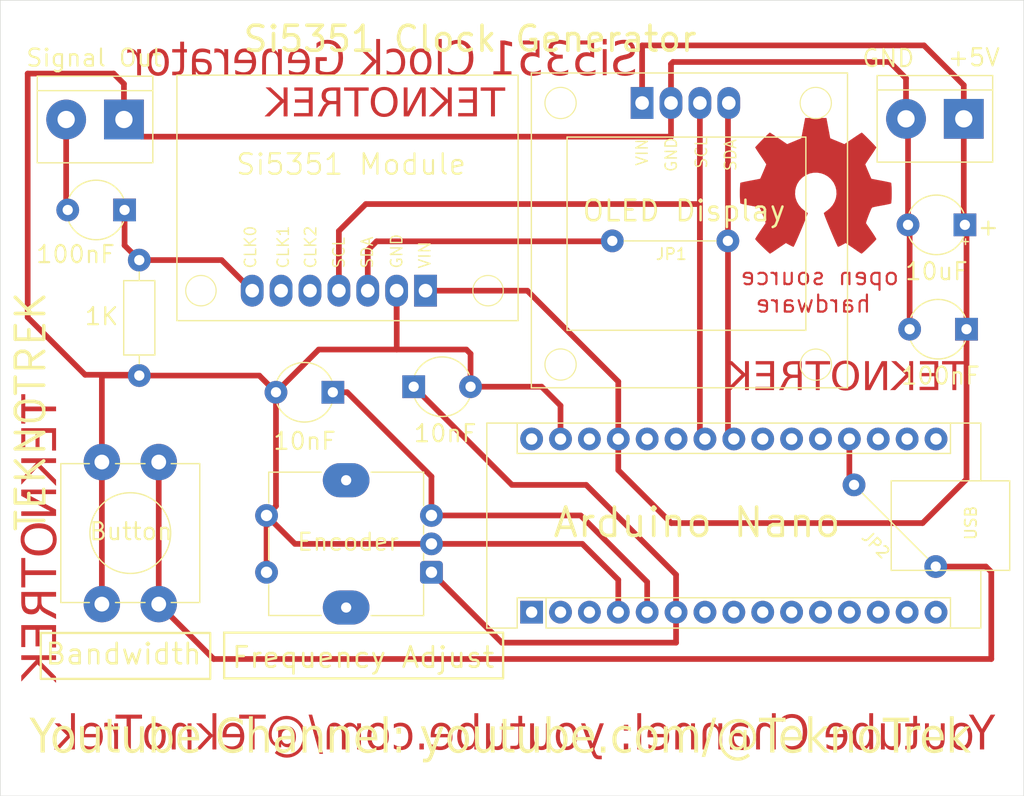
<source format=kicad_pcb>
(kicad_pcb (version 20240108) (generator "pcbnew") (generator_version "8.0")
  (layers (0 "F.Cu" signal) (31 "B.Cu" signal) (34 "B.Paste" user) (35 "F.Paste" user) (36 "B.SilkS" user "B.Silkscreen") (37 "F.SilkS" user "F.Silkscreen") (38 "B.Mask" user) (39 "F.Mask" user) (44 "Edge.Cuts" user))
  (net 0 "")
  (net 2 "Net-(A1-A5)")
  (net 4 "Net-(A1-A0)")
  (net 19 "Net-(A1-D3)")
  (net 20 "Net-(A1-A4)")
  (net 21 "Net-(A1-+5V)")
  (net 26 "Net-(A1-D2)")
  (net 28 "Net-(J1-Pin_2)")
  (net 30 "Net-(U2-CLK0)")
  (net 33 "GND")
  (net 34 "Net-(JP1-B)")
  (net 35 "Net-(JP2-A)")
  (footprint "Capacitor_THT:CP_Radial_Tantal_D5.0mm_P5.00mm" (layer "F.Cu") (at 133.8225 83.72)
    (property "Reference" "C2" (hide yes))
    (property "Value" "10nF")
    (fp_arc (start 0.104003 -1.06) (mid 2.5 -2.62) (end 4.895997 -1.06) (stroke (width 0.12)) (layer "F.SilkS"))
    (fp_arc (start 4.895997 1.06) (mid 2.5 2.62) (end 0.104003 1.06) (stroke (width 0.12)) (layer "F.SilkS"))
    (pad "1" thru_hole rect (at 0 0) (size 2 2) (drill 0.9) (layers "*.Cu" "*.Mask") (net 19 "Net-(A1-D3)"))
    (pad "2" thru_hole circle (at 5 0) (size 2 2) (drill 0.9) (layers "*.Cu" "*.Mask") (net 33 "GND"))
  )
  (footprint "Capacitor_THT:CP_Radial_Tantal_D5.0mm_P5.00mm" (layer "F.Cu") (at 126.7125 84.21 180)
    (property "Reference" "C3" (hide yes))
    (property "Value" "10nF")
    (fp_arc (start 4.895997 1.06) (mid 2.5 2.62) (end 0.104003 1.06) (stroke (width 0.12)) (layer "F.SilkS"))
    (fp_arc (start 0.104003 -1.06) (mid 2.5 -2.62) (end 4.895997 -1.06) (stroke (width 0.12)) (layer "F.SilkS"))
    (pad "1" thru_hole rect (at 0 0 180) (size 2 2) (drill 0.9) (layers "*.Cu" "*.Mask") (net 26 "Net-(A1-D2)"))
    (pad "2" thru_hole circle (at 5 0 180) (size 2 2) (drill 0.9) (layers "*.Cu" "*.Mask") (net 33 "GND"))
  )
  (footprint "Rotary_Encoder:RotaryEncoder_Bourns_Vertical_PEC12R-3x17F-Sxxxx" (layer "F.Cu") (at 135.3825 100.05 180)
    (property "Reference" "SW1" (hide yes))
    (property "Value" "Encoder")
    (fp_line (start 14.31 8.81) (end 9.7 8.81) (stroke (width 0.12)) (layer "F.SilkS"))
    (fp_line (start 14.31 6.1) (end 14.31 8.81) (stroke (width 0.12)) (layer "F.SilkS"))
    (fp_line (start 14.31 1.1) (end 14.31 3.9) (stroke (width 0.12)) (layer "F.SilkS"))
    (fp_line (start 14.31 -3.8) (end 14.31 -1.1) (stroke (width 0.12)) (layer "F.SilkS"))
    (fp_line (start 9.7 -3.8) (end 14.31 -3.8) (stroke (width 0.12)) (layer "F.SilkS"))
    (fp_line (start 5.3 8.81) (end 0.69 8.81) (stroke (width 0.12)) (layer "F.SilkS"))
    (fp_line (start 0.69 5.85) (end 0.69 8.81) (stroke (width 0.12)) (layer "F.SilkS"))
    (fp_line (start 0.69 3.35) (end 0.69 4.15) (stroke (width 0.12)) (layer "F.SilkS"))
    (fp_line (start 0.69 1.05) (end 0.69 1.65) (stroke (width 0.12)) (layer "F.SilkS"))
    (fp_line (start 0.69 -1.05) (end 0.69 -3.81) (stroke (width 0.12)) (layer "F.SilkS"))
    (fp_line (start 0.69 -3.81) (end 5.3 -3.81) (stroke (width 0.12)) (layer "F.SilkS"))
    (pad "A" thru_hole roundrect (at 0 0 180) (size 2 2) (drill 1) (layers "*.Cu" "*.Mask") (roundrect_rratio 0.15625) (net 19 "Net-(A1-D3)"))
    (pad "B" thru_hole circle (at 0 5 180) (size 2 2) (drill 1) (layers "*.Cu" "*.Mask") (net 26 "Net-(A1-D2)"))
    (pad "C" thru_hole circle (at 0 2.5 180) (size 2 2) (drill 1) (layers "*.Cu" "*.Mask") (net 33 "GND"))
    (pad "S1" thru_hole circle (at 14.5 0 180) (size 2 2) (drill 1) (layers "*.Cu" "*.Mask") (net 33 "GND"))
    (pad "S2" thru_hole circle (at 14.5 5 180) (size 2 2) (drill 1) (layers "*.Cu" "*.Mask") (net 33 "GND"))
    (pad "SH" thru_hole oval (at 7.5 -3.1 180) (size 4.1 3) (drill 0.9) (layers "*.Cu" "*.Mask"))
    (pad "SH" thru_hole oval (at 7.5 8.1 180) (size 4.1 3) (drill 0.9) (layers "*.Cu" "*.Mask"))
  )
  (footprint "Resistor_THT:R_Axial_DIN0207_L6.3mm_D2.5mm_P10.16mm_Horizontal" (layer "F.Cu") (at 161.4475 70.89 180)
    (property "Reference" "JP1" (at 4.9675 -1.16 0) (layer "F.SilkS"))
    (property "Value" "Jumper_2")
    (fp_line (start 9.12 0) (end 8.35 0) (stroke (width 0.12)) (layer "F.SilkS"))
    (fp_line (start 8.35 0) (end 1.81 0) (stroke (width 0.12)) (layer "F.SilkS"))
    (fp_line (start 1.04 0) (end 1.81 0) (stroke (width 0.12)) (layer "F.SilkS"))
    (pad "1" thru_hole circle (at 0 0 180) (size 2 2) (drill 0.9) (layers "*.Cu" "*.Mask") (net 20 "Net-(A1-A4)"))
    (pad "2" thru_hole circle (at 10.16 0 180) (size 2 2) (drill 0.9) (layers "*.Cu" "*.Mask") (net 34 "Net-(JP1-B)"))
  )
  (footprint "Resistor_THT:R_Axial_DIN0207_L6.3mm_D2.5mm_P10.16mm_Horizontal" (layer "F.Cu") (at 179.726705 99.544205 135)
    (property "Reference" "JP2" (at 5.079999 -2.37 135) (layer "F.SilkS"))
    (property "Value" "Jumper_2" (hide yes))
    (fp_line (start 9.12 0) (end 8.350001 0) (stroke (width 0.12)) (layer "F.SilkS"))
    (fp_line (start 1.81 0) (end 8.350001 0) (stroke (width 0.12)) (layer "F.SilkS"))
    (fp_line (start 1.04 0) (end 1.81 0) (stroke (width 0.12)) (layer "F.SilkS"))
    (pad "1" thru_hole circle (at 0 0 135) (size 2 2) (drill 0.9) (layers "*.Cu" "*.Mask") (net 35 "Net-(JP2-A)"))
    (pad "2" thru_hole circle (at 10.16 0 135) (size 2 2) (drill 0.9) (layers "*.Cu" "*.Mask") (net 4 "Net-(A1-A0)"))
  )
  (footprint "Capacitor_THT:CP_Radial_Tantal_D5.0mm_P5.00mm" (layer "F.Cu") (at 182.4325 78.66 180)
    (property "Reference" "C4" (hide yes))
    (property "Value" "100nF")
    (fp_arc (start 4.895997 1.06) (mid 2.5 2.62) (end 0.104003 1.06) (stroke (width 0.12)) (layer "F.SilkS"))
    (fp_arc (start 0.104003 -1.06) (mid 2.5 -2.62) (end 4.895997 -1.06) (stroke (width 0.12)) (layer "F.SilkS"))
    (pad "1" thru_hole rect (at 0 0 180) (size 2 2) (drill 0.9) (layers "*.Cu" "*.Mask") (net 21 "Net-(A1-+5V)"))
    (pad "2" thru_hole circle (at 5 0 180) (size 2 2) (drill 0.9) (layers "*.Cu" "*.Mask") (net 33 "GND"))
  )
  (footprint "Button_Switch_THT:SW_PUSH-12mm" (layer "F.Cu") (at 106.4025 102.85 90)
    (property "Reference" "S1" (hide yes))
    (property "Value" "DECR")
    (fp_line (start 12.36 -3.61) (end 12.36 -1.1) (stroke (width 0.12)) (layer "F.SilkS"))
    (fp_line (start 0.14 -3.61) (end 12.36 -3.61) (stroke (width 0.12)) (layer "F.SilkS"))
    (fp_line (start 0.14 -3.61) (end 0.14 -1.1) (stroke (width 0.12)) (layer "F.SilkS"))
    (fp_line (start 12.36 1.2) (end 12.36 3.8) (stroke (width 0.12)) (layer "F.SilkS"))
    (fp_line (start 0.14 1.2) (end 0.14 3.8) (stroke (width 0.12)) (layer "F.SilkS"))
    (fp_line (start 12.36 6.1) (end 12.36 8.61) (stroke (width 0.12)) (layer "F.SilkS"))
    (fp_line (start 0.14 6.1) (end 0.14 8.61) (stroke (width 0.12)) (layer "F.SilkS"))
    (fp_line (start 12.36 8.61) (end 0.14 8.61) (stroke (width 0.12)) (layer "F.SilkS"))
    (fp_circle (center 6.25 2.5) (end 9.8 2.5) (stroke (width 0.12)) (fill none) (layer "F.SilkS"))
    (pad "1" thru_hole circle (at 0 0 90) (size 3.2 3.2) (drill 1.3) (layers "*.Cu" "*.Mask") (net 33 "GND"))
    (pad "1" thru_hole circle (at 12.5 0 90) (size 3.2 3.2) (drill 1.3) (layers "*.Cu" "*.Mask") (net 33 "GND"))
    (pad "2" thru_hole circle (at 0 5 90) (size 3.2 3.2) (drill 1.3) (layers "*.Cu" "*.Mask") (net 35 "Net-(JP2-A)"))
    (pad "2" thru_hole circle (at 12.5 5 90) (size 3.2 3.2) (drill 1.3) (layers "*.Cu" "*.Mask") (net 35 "Net-(JP2-A)"))
  )
  (footprint "Resistor_THT:R_Axial_DIN0207_L6.3mm_D2.5mm_P10.16mm_Horizontal" (layer "F.Cu") (at 109.6925 72.58 -90)
    (property "Reference" "R1" (hide yes))
    (property "Value" "1K")
    (fp_line (start 1.81 1.37) (end 8.35 1.37) (stroke (width 0.12)) (layer "F.SilkS"))
    (fp_line (start 8.35 1.37) (end 8.35 -1.37) (stroke (width 0.12)) (layer "F.SilkS"))
    (fp_line (start 1.04 0) (end 1.81 0) (stroke (width 0.12)) (layer "F.SilkS"))
    (fp_line (start 9.12 0) (end 8.35 0) (stroke (width 0.12)) (layer "F.SilkS"))
    (fp_line (start 1.81 -1.37) (end 1.81 1.37) (stroke (width 0.12)) (layer "F.SilkS"))
    (fp_line (start 8.35 -1.37) (end 1.81 -1.37) (stroke (width 0.12)) (layer "F.SilkS"))
    (pad "1" thru_hole circle (at 0 0 270) (size 2 2) (drill 0.9) (layers "*.Cu" "*.Mask") (net 30 "Net-(U2-CLK0)"))
    (pad "2" thru_hole circle (at 10.16 0 270) (size 2 2) (drill 0.9) (layers "*.Cu" "*.Mask") (net 33 "GND"))
  )
  (footprint "TerminalBlock:TerminalBlock_bornier-2_P5.08mm" (layer "F.Cu") (at 182.1925 60.15 180)
    (property "Reference" "J2" (hide yes))
    (property "Value" "DC +5V")
    (fp_line (start 7.62 3.81) (end 7.62 -3.81) (stroke (width 0.12)) (layer "F.SilkS"))
    (fp_line (start 7.62 2.54) (end -2.54 2.54) (stroke (width 0.12)) (layer "F.SilkS"))
    (fp_line (start 7.62 -3.81) (end -2.54 -3.81) (stroke (width 0.12)) (layer "F.SilkS"))
    (fp_line (start -2.54 3.81) (end 7.62 3.81) (stroke (width 0.12)) (layer "F.SilkS"))
    (fp_line (start -2.54 -3.81) (end -2.54 3.81) (stroke (width 0.12)) (layer "F.SilkS"))
    (pad "1" thru_hole rect (at 0 0 180) (size 3.5 3.5) (drill 1.52) (layers "*.Cu" "*.Mask") (net 21 "Net-(A1-+5V)"))
    (pad "2" thru_hole circle (at 5.08 0 180) (size 3.5 3.5) (drill 1.52) (layers "*.Cu" "*.Mask") (net 33 "GND"))
  )
  (footprint "Capacitor_THT:CP_Radial_Tantal_D5.0mm_P5.00mm" (layer "F.Cu") (at 108.4 68.17 180)
    (property "Reference" "C5" (hide yes))
    (property "Value" "100nF")
    (fp_arc (start 4.895997 1.06) (mid 2.5 2.62) (end 0.104003 1.06) (stroke (width 0.12)) (layer "F.SilkS"))
    (fp_arc (start 0.104003 -1.06) (mid 2.5 -2.62) (end 4.895997 -1.06) (stroke (width 0.12)) (layer "F.SilkS"))
    (pad "1" thru_hole rect (at 0 0 180) (size 2 2) (drill 0.9) (layers "*.Cu" "*.Mask") (net 30 "Net-(U2-CLK0)"))
    (pad "2" thru_hole circle (at 5 0 180) (size 2 2) (drill 0.9) (layers "*.Cu" "*.Mask") (net 28 "Net-(J1-Pin_2)"))
  )
  (footprint "Symbol:OSHW-Symbol_13.4x12mm_Copper" (layer "F.Cu") (at 169.16 66.07)
    (property "Reference" "REF**" (hide yes))
    (property "Value" "OSHW-Symbol_13.4x12mm_Copper" (hide yes))
    (fp_poly (pts (xy 1.119803 -5.09936) (xy 1.288676 -4.203573) (xy 1.911796 -3.946702) (xy 2.534916 -3.689832) (xy 3.282453 -4.198151) (xy 3.491802 -4.339684) (xy 3.681043 -4.466055) (xy 3.841343 -4.571493) (xy 3.963874 -4.65023) (xy 4.039802 -4.696495) (xy 4.06048 -4.706471) (xy 4.097731 -4.680814) (xy 4.177332 -4.609885) (xy 4.290361 -4.502743) (xy 4.427895 -4.36845) (xy 4.581012 -4.216066) (xy 4.740789 -4.054653) (xy 4.898305 -3.89327) (xy 5.044637 -3.740978) (xy 5.170863 -3.606838) (xy 5.26806 -3.499911) (xy 5.327307 -3.429258) (xy 5.341471 -3.405612) (xy 5.321087 -3.362021) (xy 5.263941 -3.266519) (xy 5.176041 -3.12845) (xy 5.063396 -2.957155) (xy 4.932013 -2.761975) (xy 4.855882 -2.650648) (xy 4.717118 -2.447367) (xy 4.593811 -2.263927) (xy 4.491945 -2.109458) (xy 4.417501 -1.993091) (xy 4.376461 -1.923958) (xy 4.370294 -1.90943) (xy 4.384274 -1.86814) (xy 4.422382 -1.771908) (xy 4.478867 -1.634266) (xy 4.54798 -1.468742) (xy 4.62397 -1.288868) (xy 4.701089 -1.108172) (xy 4.773585 -0.940186) (xy 4.835709 -0.79844) (xy 4.881712 -0.696463) (xy 4.905843 -0.647786) (xy 4.907267 -0.64587) (xy 4.945158 -0.636575) (xy 5.046069 -0.61584) (xy 5.19954 -0.585702) (xy 5.395112 -0.548199) (xy 5.622325 -0.505371) (xy 5.754891 -0.480674) (xy 5.997679 -0.434447) (xy 6.216974 -0.39046) (xy 6.401681 -0.351119) (xy 6.540705 -0.318831) (xy 6.622952 -0.296003) (xy 6.639485 -0.28876) (xy 6.655678 -0.239739) (xy 6.668744 -0.129023) (xy 6.678691 0.030438) (xy 6.685528 0.2257) (xy 6.689264 0.443814) (xy 6.689907 0.671835) (xy 6.687468 0.896815) (xy 6.681953 1.105809) (xy 6.673374 1.285868) (xy 6.661737 1.424047) (xy 6.647052 1.507398) (xy 6.638245 1.52475) (xy 6.585599 1.545548) (xy 6.474043 1.575282) (xy 6.318335 1.610459) (xy 6.133229 1.647586) (xy 6.068613 1.659597) (xy 5.757071 1.716662) (xy 5.510976 1.762618) (xy 5.322195 1.799293) (xy 5.182598 1.828513) (xy 5.084052 1.852104) (xy 5.018426 1.871892) (xy 4.977589 1.889706) (xy 4.953409 1.90737) (xy 4.950026 1.910861) (xy 4.916255 1.9671) (xy 4.864737 2.076547) (xy 4.800617 2.2258) (xy 4.729039 2.401459) (xy 4.655146 2.590121) (xy 4.584083 2.778385) (xy 4.520993 2.952848) (xy 4.471021 3.100108) (xy 4.439312 3.206764) (xy 4.431008 3.259413) (xy 4.4317 3.261257) (xy 4.459836 3.304292) (xy 4.523665 3.398978) (xy 4.61648 3.53546) (xy 4.731573 3.703882) (xy 4.862237 3.89439) (xy 4.899448 3.948529) (xy 5.032129 4.144804) (xy 5.148883 4.323886) (xy 5.243349 4.475492) (xy 5.309168 4.589338) (xy 5.339978 4.655141) (xy 5.341471 4.663225) (xy 5.315584 4.705715) (xy 5.244054 4.789891) (xy 5.136076 4.906705) (xy 5.000846 5.04711) (xy 4.847558 5.202061) (xy 4.685409 5.362509) (xy 4.523593 5.519409) (xy 4.371306 5.663713) (xy 4.237743 5.786376) (xy 4.1321 5.87835) (xy 4.063572 5.930589) (xy 4.044614 5.939118) (xy 4.000487 5.919029) (xy 3.910142 5.864849) (xy 3.788295 5.785704) (xy 3.694546 5.722001) (xy 3.524678 5.60511) (xy 3.323512 5.467476) (xy 3.121733 5.330063) (xy 3.01325 5.256519) (xy 2.646058 5.008155) (xy 2.337826 5.174813) (xy 2.197404 5.247822) (xy 2.077996 5.304571) (xy 1.997202 5.336937) (xy 1.976636 5.341441) (xy 1.951906 5.308189) (xy 1.903118 5.214224) (xy 1.833913 5.068213) (xy 1.747935 4.878824) (xy 1.648824 4.654724) (xy 1.540224 4.404581) (xy 1.425775 4.137063) (xy 1.30912 3.860836) (xy 1.193901 3.584568) (xy 1.08376 3.316927) (xy 0.982339 3.06658) (xy 0.89328 2.842195) (xy 0.820225 2.652439) (xy 0.766816 2.50598) (xy 0.736695 2.411485) (xy 0.731851 2.379031) (xy 0.770245 2.337636) (xy 0.854308 2.270438) (xy 0.966467 2.1914) (xy 0.975881 2.185147) (xy 1.265768 1.953103) (xy 1.499512 1.682386) (xy 1.675087 1.381653) (xy 1.790469 1.059561) (xy 1.84363 0.724765) (xy 1.832547 0.385922) (xy 1.755192 0.051688) (xy 1.60954 -0.269281) (xy 1.566688 -0.339505) (xy 1.343802 -0.623073) (xy 1.080491 -0.850782) (xy 0.785865 -1.021449) (xy 0.469041 -1.133888) (xy 0.13913 -1.186917) (xy -0.194754 -1.179349) (xy -0.523497 -1.110002) (xy -0.837986 -0.977691) (xy -1.129107 -0.781232) (xy -1.21916 -0.701494) (xy -1.448347 -0.451892) (xy -1.615354 -0.189132) (xy -1.729915 0.105399) (xy -1.793719 0.397075) (xy -1.80947 0.725012) (xy -1.756949 1.054577) (xy -1.64149 1.37463) (xy -1.468429 1.674032) (xy -1.243101 1.941643) (xy -0.97084 2.166325) (xy -0.935058 2.190008) (xy -0.821698 2.267568) (xy -0.735522 2.334768) (xy -0.694323 2.377675) (xy -0.693724 2.379031) (xy -0.702569 2.425446) (xy -0.737631 2.530786) (xy -0.795267 2.686388) (xy -0.871834 2.883584) (xy -0.963686 3.11371) (xy -1.067183 3.368101) (xy -1.178679 3.63809) (xy -1.294532 3.915012) (xy -1.411097 4.190201) (xy -1.524733 4.454993) (xy -1.631794 4.700721) (xy -1.728638 4.918721) (xy -1.811621 5.100326) (xy -1.877099 5.236871) (xy -1.921431 5.31969) (xy -1.939283 5.341441) (xy -1.993834 5.324504) (xy -2.095905 5.279077) (xy -2.227895 5.21328) (xy -2.300474 5.174813) (xy -2.608705 5.008155) (xy -2.975897 5.256519) (xy -3.16334 5.383754) (xy -3.368557 5.523773) (xy -3.560867 5.655612) (xy -3.657193 5.722001) (xy -3.792673 5.812976) (xy -3.907393 5.885071) (xy -3.986388 5.929154) (xy -4.012046 5.938473) (xy -4.049391 5.913334) (xy -4.132042 5.843154) (xy -4.251985 5.73522) (xy -4.401209 5.596818) (xy -4.571699 5.435235) (xy -4.679526 5.331488) (xy -4.868172 5.146135) (xy -5.031205 4.980351) (xy -5.162032 4.841227) (xy -5.254065 4.735856) (xy -5.300713 4.671329) (xy -5.305188 4.658234) (xy -5.28442 4.608425) (xy -5.227031 4.507713) (xy -5.139387 4.366295) (xy -5.027854 4.194367) (xy -4.898797 4.002124) (xy -4.862096 3.948529) (xy -4.728368 3.753733) (xy -4.608393 3.578353) (xy -4.508879 3.432243) (xy -4.436533 3.325258) (xy -4.398064 3.267255) (xy -4.394347 3.261257) (xy -4.399905 3.215032) (xy -4.429407 3.113398) (xy -4.477709 2.969758) (xy -4.539667 2.797514) (xy -4.610137 2.610066) (xy -4.683975 2.420818) (xy -4.756037 2.243171) (xy -4.821178 2.090527) (xy -4.874255 1.976288) (xy -4.910123 1.913856) (xy -4.912673 1.910861) (xy -4.934606 1.893019) (xy -4.971652 1.875374) (xy -5.031941 1.856101) (xy -5.123604 1.833374) (xy -5.254774 1.805364) (xy -5.433582 1.770247) (xy -5.668158 1.726195) (xy -5.966635 1.671382) (xy -6.03126 1.659597) (xy -6.222794 1.622591) (xy -6.389769 1.586389) (xy -6.517432 1.554485) (xy -6.591024 1.530372) (xy -6.600892 1.52475) (xy -6.617153 1.47491) (xy -6.63037 1.363532) (xy -6.640536 1.203563) (xy -6.64764 1.00795) (xy -6.651674 0.78964) (xy -6.65263 0.561579) (xy -6.650498 0.336714) (xy -6.645269 0.127991) (xy -6.636935 -0.051642) (xy -6.625487 -0.189238) (xy -6.610916 -0.271852) (xy -6.602132 -0.28876) (xy -6.55323 -0.305816) (xy -6.441873 -0.333564) (xy -6.279156 -0.369597) (xy -6.076174 -0.411507) (xy -5.844021 -0.456889) (xy -5.717538 -0.480674) (xy -5.477555 -0.525535) (xy -5.263549 -0.566175) (xy -5.085978 -0.600554) (xy -4.955302 -0.626635) (xy -4.881982 -0.642379) (xy -4.869915 -0.64587) (xy -4.849519 -0.685221) (xy -4.806406 -0.780007) (xy -4.746321 -0.916685) (xy -4.675013 -1.081714) (xy -4.598227 -1.261553) (xy -4.52171 -1.44266) (xy -4.45121 -1.611493) (xy -4.392473 -1.754512) (xy -4.351246 -1.858174) (xy -4.333276 -1.908939) (xy -4.332941 -1.911158) (xy -4.353313 -1.951204) (xy -4.410427 -2.043361) (xy -4.498279 -2.178467) (xy -4.610867 -2.347365) (xy -4.742189 -2.540895) (xy -4.818529 -2.652059) (xy -4.957636 -2.855884) (xy -5.081188 -3.040937) (xy -5.183158 -3.197854) (xy -5.257517 -3.317276) (xy -5.298237 -3.38984) (xy -5.304118 -3.406107) (xy -5.278837 -3.44397) (xy -5.208948 -3.524814) (xy -5.103377 -3.639581) (xy -4.971052 -3.779215) (xy -4.820901 -3.934658) (xy -4.661852 -4.096854) (xy -4.502833 -4.256746) (xy -4.352771 -4.405276) (xy -4.220594 -4.533387) (xy -4.11523 -4.632023) (xy -4.045607 -4.692127) (xy -4.022315 -4.706471) (xy -3.98439 -4.686301) (xy -3.893683 -4.629637) (xy -3.759011 -4.542247) (xy -3.589195 -4.4299) (xy -3.393054 -4.298362) (xy -3.2451 -4.198151) (xy -2.497564 -3.689832) (xy -1.874444 -3.946702) (xy -1.251324 -4.203573) (xy -0.913576 -5.995147) (xy 0.950929 -5.995147) (xy 1.119803 -5.09936)) (stroke (width 0.01)) (fill solid) (layer "F.Cu"))
  )
  (footprint "My-Library:OLED-DISPLAY-128X64" (layer "F.Cu") (at 152.3075 58.755)
    (property "Reference" "U1" (hide yes))
    (property "Value" "OLED-Display-128x64")
    (fp_line (start -8.14 -2.64) (end -8.14 25.06) (stroke (width 0.12)) (layer "F.SilkS"))
    (fp_line (start -8.14 25.06) (end 19.66 25.06) (stroke (width 0.12)) (layer "F.SilkS"))
    (fp_line (start -5 3) (end -5 20) (stroke (width 0.12)) (layer "F.SilkS"))
    (fp_line (start -5 3) (end 16 3) (stroke (width 0.12)) (layer "F.SilkS"))
    (fp_line (start -5 20) (end 16 20) (stroke (width 0.12)) (layer "F.SilkS"))
    (fp_line (start 16 3) (end 16 20) (stroke (width 0.12)) (layer "F.SilkS"))
    (fp_line (start 19.66 -2.64) (end -8.14 -2.64) (stroke (width 0.12)) (layer "F.SilkS"))
    (fp_line (start 19.66 25.06) (end 19.66 -2.64) (stroke (width 0.12)) (layer "F.SilkS"))
    (fp_circle (center -5.57 0) (end -6.82 -0.57) (stroke (width 0.1)) (fill none) (layer "F.SilkS"))
    (fp_circle (center -5.57 23.013826) (end -6.82 22.443826) (stroke (width 0.1)) (fill none) (layer "F.SilkS"))
    (fp_circle (center 16.87 0) (end 15.62 -0.57) (stroke (width 0.1)) (fill none) (layer "F.SilkS"))
    (fp_circle (center 16.88 23.023826) (end 15.63 22.453826) (stroke (width 0.1)) (fill none) (layer "F.SilkS"))
    (pad "1" thru_hole rect (at 1.6 0) (size 2 2.8) (drill 1.2) (layers "*.Cu" "*.Mask") (net 21 "Net-(A1-+5V)"))
    (pad "2" thru_hole oval (at 4.14 0) (size 2 2.8) (drill 1.2) (layers "*.Cu" "*.Mask") (net 33 "GND"))
    (pad "3" thru_hole oval (at 6.68 0) (size 2 2.8) (drill 1.2) (layers "*.Cu" "*.Mask") (net 2 "Net-(A1-A5)"))
    (pad "4" thru_hole oval (at 9.22 0) (size 2 2.8) (drill 1.2) (layers "*.Cu" "*.Mask") (net 20 "Net-(A1-A4)"))
  )
  (footprint "My-Library:Si5351-Module" (layer "F.Cu") (at 134.8625 75.27 180)
    (property "Reference" "U2" (hide yes))
    (property "Value" "Si5351-Modul")
    (fp_line (start 21.86 18.96) (end -8.14 18.96) (stroke (width 0.12)) (layer "F.SilkS"))
    (fp_line (start 21.86 -2.64) (end 21.86 18.96) (stroke (width 0.12)) (layer "F.SilkS"))
    (fp_line (start 21.86 -2.64) (end -8.14 -2.64) (stroke (width 0.12)) (layer "F.SilkS"))
    (fp_line (start -8.14 -2.64) (end -8.14 18.96) (stroke (width 0.12)) (layer "F.SilkS"))
    (fp_circle (center 19.75 0) (end 21.088096 0) (stroke (width 0.1)) (fill none) (layer "F.SilkS"))
    (fp_circle (center -5.4991 0) (end -4.161004 0) (stroke (width 0.1)) (fill none) (layer "F.SilkS"))
    (pad "1" thru_hole rect (at 0 0 180) (size 2 2.8) (drill 1.2) (layers "*.Cu" "*.Mask") (net 21 "Net-(A1-+5V)"))
    (pad "2" thru_hole oval (at 2.54 0 180) (size 2 2.8) (drill 1.2) (layers "*.Cu" "*.Mask") (net 33 "GND"))
    (pad "3" thru_hole oval (at 5.08 0 180) (size 2 2.8) (drill 1.2) (layers "*.Cu" "*.Mask") (net 34 "Net-(JP1-B)"))
    (pad "4" thru_hole oval (at 7.62 0 180) (size 2 2.8) (drill 1.2) (layers "*.Cu" "*.Mask") (net 2 "Net-(A1-A5)"))
    (pad "5" thru_hole oval (at 10.16 0 180) (size 2 2.8) (drill 1.2) (layers "*.Cu" "*.Mask"))
    (pad "6" thru_hole oval (at 12.7 0 180) (size 2 2.8) (drill 1.2) (layers "*.Cu" "*.Mask"))
    (pad "7" thru_hole oval (at 15.24 0 180) (size 2 2.8) (drill 1.2) (layers "*.Cu" "*.Mask") (net 30 "Net-(U2-CLK0)"))
  )
  (footprint "Module:Arduino_Nano" (layer "F.Cu") (at 144.1925 103.56 90)
    (property "Reference" "A1" (hide yes))
    (property "Value" "Arduino_Nano_v3.x")
    (fp_line (start 16.64 -3.94) (end -1.4 -3.94) (stroke (width 0.12)) (layer "F.SilkS"))
    (fp_line (start -1.4 -3.94) (end -1.4 -1.27) (stroke (width 0.12)) (layer "F.SilkS"))
    (fp_line (start 13.97 -1.27) (end 16.64 -1.27) (stroke (width 0.12)) (layer "F.SilkS"))
    (fp_line (start 13.97 -1.27) (end 13.97 36.83) (stroke (width 0.12)) (layer "F.SilkS"))
    (fp_line (start 1.27 -1.27) (end -1.4 -1.27) (stroke (width 0.12)) (layer "F.SilkS"))
    (fp_line (start 1.27 1.27) (end 1.27 -1.27) (stroke (width 0.12)) (layer "F.SilkS"))
    (fp_line (start 1.27 1.27) (end -1.4 1.27) (stroke (width 0.12)) (layer "F.SilkS"))
    (fp_line (start 1.27 1.27) (end 1.27 36.83) (stroke (width 0.12)) (layer "F.SilkS"))
    (fp_line (start -1.4 1.27) (end -1.4 39.5) (stroke (width 0.12)) (layer "F.SilkS"))
    (fp_line (start 11.56 31.62) (end 11.56 42.04) (stroke (width 0.12)) (layer "F.SilkS"))
    (fp_line (start 3.68 31.62) (end 11.56 31.62) (stroke (width 0.12)) (layer "F.SilkS"))
    (fp_line (start 13.97 36.83) (end 16.64 36.83) (stroke (width 0.12)) (layer "F.SilkS"))
    (fp_line (start 1.27 36.83) (end -1.4 36.83) (stroke (width 0.12)) (layer "F.SilkS"))
    (fp_line (start 16.64 39.5) (end 16.64 -3.94) (stroke (width 0.12)) (layer "F.SilkS"))
    (fp_line (start 16.64 39.5) (end 11.56 39.5) (stroke (width 0.12)) (layer "F.SilkS"))
    (fp_line (start -1.4 39.5) (end 3.68 39.5) (stroke (width 0.12)) (layer "F.SilkS"))
    (fp_line (start 11.56 42.04) (end 3.68 42.04) (stroke (width 0.12)) (layer "F.SilkS"))
    (fp_line (start 3.68 42.04) (end 3.68 31.62) (stroke (width 0.12)) (layer "F.SilkS"))
    (fp_text user "USB" (at 7.85 38.6275 90) (layer "F.SilkS"))
    (pad "1" thru_hole rect (at 0 0 90) (size 2 2) (drill 1) (layers "*.Cu" "*.Mask"))
    (pad "2" thru_hole oval (at 0 2.54 90) (size 2 2) (drill 1) (layers "*.Cu" "*.Mask"))
    (pad "3" thru_hole oval (at 0 5.08 90) (size 2 2) (drill 1) (layers "*.Cu" "*.Mask"))
    (pad "4" thru_hole oval (at 0 7.62 90) (size 2 2) (drill 1) (layers "*.Cu" "*.Mask") (net 33 "GND"))
    (pad "5" thru_hole oval (at 0 10.16 90) (size 2 2) (drill 1) (layers "*.Cu" "*.Mask") (net 26 "Net-(A1-D2)"))
    (pad "6" thru_hole oval (at 0 12.7 90) (size 2 2) (drill 1) (layers "*.Cu" "*.Mask") (net 19 "Net-(A1-D3)"))
    (pad "7" thru_hole oval (at 0 15.24 90) (size 2 2) (drill 1) (layers "*.Cu" "*.Mask"))
    (pad "8" thru_hole oval (at 0 17.78 90) (size 2 2) (drill 1) (layers "*.Cu" "*.Mask"))
    (pad "9" thru_hole oval (at 0 20.32 90) (size 2 2) (drill 1) (layers "*.Cu" "*.Mask"))
    (pad "10" thru_hole oval (at 0 22.86 90) (size 2 2) (drill 1) (layers "*.Cu" "*.Mask"))
    (pad "11" thru_hole oval (at 0 25.4 90) (size 2 2) (drill 1) (layers "*.Cu" "*.Mask"))
    (pad "12" thru_hole oval (at 0 27.94 90) (size 2 2) (drill 1) (layers "*.Cu" "*.Mask"))
    (pad "13" thru_hole oval (at 0 30.48 90) (size 2 2) (drill 1) (layers "*.Cu" "*.Mask"))
    (pad "14" thru_hole oval (at 0 33.02 90) (size 2 2) (drill 1) (layers "*.Cu" "*.Mask"))
    (pad "15" thru_hole oval (at 0 35.56 90) (size 2 2) (drill 1) (layers "*.Cu" "*.Mask"))
    (pad "16" thru_hole oval (at 15.24 35.56 90) (size 2 2) (drill 1) (layers "*.Cu" "*.Mask"))
    (pad "17" thru_hole oval (at 15.24 33.02 90) (size 2 2) (drill 1) (layers "*.Cu" "*.Mask"))
    (pad "18" thru_hole oval (at 15.24 30.48 90) (size 2 2) (drill 1) (layers "*.Cu" "*.Mask"))
    (pad "19" thru_hole oval (at 15.24 27.94 90) (size 2 2) (drill 1) (layers "*.Cu" "*.Mask") (net 4 "Net-(A1-A0)"))
    (pad "20" thru_hole oval (at 15.24 25.4 90) (size 2 2) (drill 1) (layers "*.Cu" "*.Mask"))
    (pad "21" thru_hole oval (at 15.24 22.86 90) (size 2 2) (drill 1) (layers "*.Cu" "*.Mask"))
    (pad "22" thru_hole oval (at 15.24 20.32 90) (size 2 2) (drill 1) (layers "*.Cu" "*.Mask"))
    (pad "23" thru_hole oval (at 15.24 17.78 90) (size 2 2) (drill 1) (layers "*.Cu" "*.Mask") (net 20 "Net-(A1-A4)"))
    (pad "24" thru_hole oval (at 15.24 15.24 90) (size 2 2) (drill 1) (layers "*.Cu" "*.Mask") (net 2 "Net-(A1-A5)"))
    (pad "25" thru_hole oval (at 15.24 12.7 90) (size 2 2) (drill 1) (layers "*.Cu" "*.Mask"))
    (pad "26" thru_hole oval (at 15.24 10.16 90) (size 2 2) (drill 1) (layers "*.Cu" "*.Mask"))
    (pad "27" thru_hole oval (at 15.24 7.62 90) (size 2 2) (drill 1) (layers "*.Cu" "*.Mask") (net 21 "Net-(A1-+5V)"))
    (pad "28" thru_hole oval (at 15.24 5.08 90) (size 2 2) (drill 1) (layers "*.Cu" "*.Mask"))
    (pad "29" thru_hole oval (at 15.24 2.54 90) (size 2 2) (drill 1) (layers "*.Cu" "*.Mask") (net 33 "GND"))
    (pad "30" thru_hole oval (at 15.24 0 90) (size 2 2) (drill 1) (layers "*.Cu" "*.Mask"))
  )
  (footprint "Capacitor_THT:CP_Radial_Tantal_D5.0mm_P5.00mm" (layer "F.Cu") (at 182.29 69.48 180)
    (property "Reference" "C1" (hide yes))
    (property "Value" "10uF")
    (fp_line (start -0.054775 -1.725) (end -0.054775 -1.225) (stroke (width 0.12)) (layer "F.SilkS"))
    (fp_line (start -0.304775 -1.475) (end 0.195225 -1.475) (stroke (width 0.12)) (layer "F.SilkS"))
    (fp_arc (start 4.895997 1.06) (mid 2.5 2.62) (end 0.104003 1.06) (stroke (width 0.12)) (layer "F.SilkS"))
    (fp_arc (start 0.104003 -1.06) (mid 2.5 -2.62) (end 4.895997 -1.06) (stroke (width 0.12)) (layer "F.SilkS"))
    (pad "1" thru_hole rect (at 0 0 180) (size 2 2) (drill 0.9) (layers "*.Cu" "*.Mask") (net 21 "Net-(A1-+5V)"))
    (pad "2" thru_hole circle (at 5 0 180) (size 2 2) (drill 0.9) (layers "*.Cu" "*.Mask") (net 33 "GND"))
  )
  (footprint "TerminalBlock:TerminalBlock_bornier-2_P5.08mm" (layer "F.Cu") (at 108.3425 60.21 180)
    (property "Reference" "J1" (hide yes))
    (property "Value" "Singnal Out")
    (fp_line (start 7.62 3.81) (end 7.62 -3.81) (stroke (width 0.12)) (layer "F.SilkS"))
    (fp_line (start 7.62 2.54) (end -2.54 2.54) (stroke (width 0.12)) (layer "F.SilkS"))
    (fp_line (start 7.62 -3.81) (end -2.54 -3.81) (stroke (width 0.12)) (layer "F.SilkS"))
    (fp_line (start -2.54 3.81) (end 7.62 3.81) (stroke (width 0.12)) (layer "F.SilkS"))
    (fp_line (start -2.54 -3.81) (end -2.54 3.81) (stroke (width 0.12)) (layer "F.SilkS"))
    (pad "1" thru_hole rect (at 0 0 180) (size 3.5 3.5) (drill 1.52) (layers "*.Cu" "*.Mask") (net 33 "GND"))
    (pad "2" thru_hole circle (at 5.08 0 180) (size 3.5 3.5) (drill 1.52) (layers "*.Cu" "*.Mask") (net 28 "Net-(J1-Pin_2)"))
  )
  (gr_rect (start 101.03 105.39) (end 115.93 109.43) (stroke (width 0.2)) (fill none) (layer "F.SilkS"))
  (gr_rect (start 117.155 105.36) (end 141.685 109.38) (stroke (width 0.2)) (fill none) (layer "F.SilkS"))
  (gr_rect (start 97.47 49.72) (end 187.47 119.72) (stroke (width 0.05)) (fill none) (layer "Edge.Cuts"))
  (gr_text "open source \nhardware" (at 168.96 75.22 0) (layer "F.Cu") (effects (font (size 1.5 1.5) (thickness 0.1875)) (justify mirror)))
  (gr_text "Youtube Channel: youtube.com/@TeknoTrek" (at 143.57 114.39 0) (layer "F.Cu") (effects (font (size 3 2.7) (thickness 0.3375)) (justify mirror)))
  (gr_text "Si5351 Clock Generator" (at 131.09 55.07 0) (layer "F.Cu") (effects (font (size 3 2.7) (thickness 0.3375)) (justify mirror)))
  (gr_text "TEKNOTREK" (at 101.13 97.04 90) (layer "F.Cu") (effects (font (size 3 3) (thickness 0.3375)) (justify mirror)))
  (gr_text "TEKNOTREK" (at 171.89 82.98 0) (layer "F.Cu") (effects (font (size 2.5 2.5) (thickness 0.3125)) (justify mirror)))
  (gr_text "TEKNOTREK" (at 131.32 58.9 0) (layer "F.Cu") (effects (font (size 2.5 2.5) (thickness 0.3125)) (justify mirror)))
  (gr_text "+5V" (at 180.67 55.63 0) (layer "F.SilkS") (effects (font (size 1.5 1.5) (thickness 0.1875) (bold yes)) (justify left bottom)))
  (gr_text "100nF" (at 100.5 72.95 0) (layer "F.SilkS") (effects (font (size 1.5 1.5) (thickness 0.1875) (bold yes)) (justify left bottom)))
  (gr_text "10nF" (at 121.36 89.38 0) (layer "F.SilkS") (effects (font (size 1.5 1.5) (thickness 0.1875) (bold yes)) (justify left bottom)))
  (gr_text "Si5351 Clock Generator" (at 118.67 54.4 0) (layer "F.SilkS") (effects (font (size 2.2 2.2) (thickness 0.3125)) (justify left bottom)))
  (gr_text "OLED Display" (at 148.53 69.3 0) (layer "F.SilkS") (effects (font (size 1.8 1.8) (thickness 0.225)) (justify left bottom)))
  (gr_text "Arduino Nano" (at 145.91 97.13 0) (layer "F.SilkS") (effects (font (size 2.5 2.5) (thickness 0.3125) (bold yes)) (justify left bottom)))
  (gr_text "TEKNOTREK" (at 101.61 96.65 90) (layer "F.SilkS") (effects (font (size 2.5 2.5) (thickness 0.3125)) (justify left bottom)))
  (gr_text "Si5351 Module" (at 118.08 65.21 0) (layer "F.SilkS") (effects (font (size 1.8 1.8) (thickness 0.1875)) (justify left bottom)))
  (gr_text "Frequency Adjust" (at 117.705 108.59 0) (layer "F.SilkS") (effects (font (size 1.8 1.8) (thickness 0.225)) (justify left bottom)))
  (gr_text "100nF" (at 176.56 83.64 0) (layer "F.SilkS") (effects (font (size 1.5 1.5) (thickness 0.1875) (bold yes)) (justify left bottom)))
  (gr_text "SCL" (at 159.7 64.6 90) (layer "F.SilkS") (effects (font (size 1 1) (thickness 0.125)) (justify left bottom)))
  (gr_text "SDA" (at 162.27 64.83 90) (layer "F.SilkS") (effects (font (size 1 1) (thickness 0.125)) (justify left bottom)))
  (gr_text "VIN" (at 154.49 64.36 90) (layer "F.SilkS") (effects (font (size 1 1) (thickness 0.125)) (justify left bottom)))
  (gr_text "Encoder" (at 123.47 98.26 0) (layer "F.SilkS") (effects (font (size 1.5 1.5) (thickness 0.1875) (bold yes)) (justify left bottom)))
  (gr_text "GND" (at 132.91 73.4 90) (layer "F.SilkS") (effects (font (size 1 1) (thickness 0.125)) (justify left bottom)))
  (gr_text "VIN" (at 135.38 73.4 90) (layer "F.SilkS") (effects (font (size 1 1) (thickness 0.125)) (justify left bottom)))
  (gr_text "GND" (at 157.05 64.91 90) (layer "F.SilkS") (effects (font (size 1 1) (thickness 0.125)) (justify left bottom)))
  (gr_text "Bandwidth" (at 101.3 108.29 0) (layer "F.SilkS") (effects (font (size 1.8 1.8) (thickness 0.225)) (justify left bottom)))
  (gr_text "1K" (at 104.79 78.41 0) (layer "F.SilkS") (effects (font (size 1.5 1.5) (thickness 0.1875) (bold yes)) (justify left bottom)))
  (gr_text "+" (at 183.3 70.53 0) (layer "F.SilkS") (effects (font (size 1.5 1.5) (thickness 0.1875) (bold yes)) (justify left bottom)))
  (gr_text "Youtube Channel: youtube.com/@TeknoTrek" (at 141.43 114.66 0) (layer "F.SilkS") (effects (font (size 3 2.7) (thickness 0.3375))))
  (gr_text "10nF" (at 133.72 88.71 0) (layer "F.SilkS") (effects (font (size 1.5 1.5) (thickness 0.1875) (bold yes)) (justify left bottom)))
  (gr_text "SDA" (at 130.32 73.4 90) (layer "F.SilkS") (effects (font (size 1 1) (thickness 0.125)) (justify left bottom)))
  (gr_text "CLK1" (at 122.93 73.4 90) (layer "F.SilkS") (effects (font (size 1 1) (thickness 0.125)) (justify left bottom)))
  (gr_text "SCL" (at 127.83 73.4 90) (layer "F.SilkS") (effects (font (size 1 1) (thickness 0.125)) (justify left bottom)))
  (gr_text "GND" (at 173.15 55.7 0) (layer "F.SilkS") (effects (font (size 1.5 1.5) (thickness 0.1875) (bold yes)) (justify left bottom)))
  (gr_text "10uF" (at 176.92 74.45 0) (layer "F.SilkS") (effects (font (size 1.5 1.5) (thickness 0.1875) (bold yes)) (justify left bottom)))
  (gr_text "Button" (at 105.2 97.33 0) (layer "F.SilkS") (effects (font (size 1.5 1.5) (thickness 0.1875) (bold yes)) (justify left bottom)))
  (gr_text "CLK0" (at 120.05 73.4 90) (layer "F.SilkS") (effects (font (size 1 1) (thickness 0.125)) (justify left bottom)))
  (gr_text "CLK2" (at 125.34 73.4 90) (layer "F.SilkS") (effects (font (size 1 1) (thickness 0.125)) (justify left bottom)))
  (gr_text "Signal Out" (at 99.63 55.66 0) (layer "F.SilkS") (effects (font (size 1.5 1.5) (thickness 0.1875) (bold yes)) (justify left bottom)))
  (segment (start 158.9875 58.755) (end 158.9875 70.76) (width 0.5) (layer "F.Cu") (net 2))
  (segment (start 127.2425 70.02) (end 129.6125 67.65) (width 0.5) (layer "F.Cu") (net 2))
  (segment (start 129.6125 67.65) (end 158.9875 67.65) (width 0.5) (layer "F.Cu") (net 2))
  (segment (start 158.9875 87.875) (end 159.4325 88.32) (width 0.5) (layer "F.Cu") (net 2))
  (segment (start 127.2425 75.27) (end 127.2425 70.02) (width 0.5) (layer "F.Cu") (net 2))
  (segment (start 158.9875 70.76) (end 158.9875 87.875) (width 0.5) (layer "F.Cu") (net 2))
  (segment (start 158.9875 67.65) (end 158.9875 70.76) (width 0.5) (layer "F.Cu") (net 2))
  (segment (start 172.1325 91.95) (end 172.1325 88.32) (width 0.5) (layer "F.Cu") (net 4))
  (segment (start 172.5425 92.36) (end 172.1325 91.95) (width 0.5) (layer "F.Cu") (net 4))
  (segment (start 133.8225 83.72) (end 142.4625 92.36) (width 0.5) (layer "F.Cu") (net 19))
  (segment (start 141.5725 106.24) (end 156.8925 106.24) (width 0.5) (layer "F.Cu") (net 19))
  (segment (start 135.3825 100.05) (end 141.5725 106.24) (width 0.5) (layer "F.Cu") (net 19))
  (segment (start 156.8925 100.2625) (end 156.8925 103.56) (width 0.5) (layer "F.Cu") (net 19))
  (segment (start 156.8925 106.24) (end 156.8925 103.56) (width 0.5) (layer "F.Cu") (net 19))
  (segment (start 148.99 92.36) (end 156.8925 100.2625) (width 0.5) (layer "F.Cu") (net 19))
  (segment (start 142.4625 92.36) (end 148.99 92.36) (width 0.5) (layer "F.Cu") (net 19))
  (segment (start 161.4575 71.54) (end 161.4575 87.805) (width 0.5) (layer "F.Cu") (net 20))
  (segment (start 161.4575 58.825) (end 161.5275 58.755) (width 0.5) (layer "F.Cu") (net 20))
  (segment (start 161.4575 71.54) (end 161.4575 58.825) (width 0.5) (layer "F.Cu") (net 20))
  (segment (start 161.4575 87.805) (end 161.9725 88.32) (width 0.5) (layer "F.Cu") (net 20))
  (segment (start 151.8125 88.32) (end 151.8125 83.2725) (width 0.5) (layer "F.Cu") (net 21))
  (segment (start 151.8125 91.0625) (end 151.8125 88.32) (width 0.5) (layer "F.Cu") (net 21))
  (segment (start 182.4325 78.66) (end 182.4325 69.6225) (width 0.5) (layer "F.Cu") (net 21))
  (segment (start 178.6925 53.69) (end 153.9075 53.69) (width 0.5) (layer "F.Cu") (net 21))
  (segment (start 182.4325 69.6225) (end 182.29 69.48) (width 0.5) (layer "F.Cu") (net 21))
  (segment (start 182.1925 57.19) (end 178.6925 53.69) (width 0.5) (layer "F.Cu") (net 21))
  (segment (start 182.4325 78.66) (end 182.4325 91.8575) (width 0.5) (layer "F.Cu") (net 21))
  (segment (start 182.1925 69.3825) (end 182.29 69.48) (width 0.5) (layer "F.Cu") (net 21))
  (segment (start 151.8125 83.2725) (end 143.81 75.27) (width 0.5) (layer "F.Cu") (net 21))
  (segment (start 153.9075 53.69) (end 153.9075 58.755) (width 0.5) (layer "F.Cu") (net 21))
  (segment (start 178.57 95.72) (end 156.47 95.72) (width 0.5) (layer "F.Cu") (net 21))
  (segment (start 182.1925 60.15) (end 182.1925 69.3825) (width 0.5) (layer "F.Cu") (net 21))
  (segment (start 182.4325 91.8575) (end 178.57 95.72) (width 0.5) (layer "F.Cu") (net 21))
  (segment (start 156.47 95.72) (end 151.8125 91.0625) (width 0.5) (layer "F.Cu") (net 21))
  (segment (start 182.1925 60.15) (end 182.1925 57.19) (width 0.5) (layer "F.Cu") (net 21))
  (segment (start 143.81 75.27) (end 134.8625 75.27) (width 0.5) (layer "F.Cu") (net 21))
  (segment (start 135.3825 91.6225) (end 135.3825 95.05) (width 0.5) (layer "F.Cu") (net 26))
  (segment (start 126.7125 84.21) (end 127.97 84.21) (width 0.5) (layer "F.Cu") (net 26))
  (segment (start 127.97 84.21) (end 135.3825 91.6225) (width 0.5) (layer "F.Cu") (net 26))
  (segment (start 154.3525 100.9025) (end 154.3525 103.56) (width 0.5) (layer "F.Cu") (net 26))
  (segment (start 135.3825 95.05) (end 148.5 95.05) (width 0.5) (layer "F.Cu") (net 26))
  (segment (start 148.5 95.05) (end 154.3525 100.9025) (width 0.5) (layer "F.Cu") (net 26))
  (segment (start 103.2625 68.0325) (end 103.4 68.17) (width 0.5) (layer "F.Cu") (net 28))
  (segment (start 103.2625 60.21) (end 103.2625 68.0325) (width 0.5) (layer "F.Cu") (net 28))
  (segment (start 108.4 71.2875) (end 109.6925 72.58) (width 0.5) (layer "F.Cu") (net 30))
  (segment (start 108.4 68.17) (end 108.4 71.2875) (width 0.5) (layer "F.Cu") (net 30))
  (segment (start 116.9325 72.58) (end 119.6225 75.27) (width 0.5) (layer "F.Cu") (net 30))
  (segment (start 109.6925 72.58) (end 116.9325 72.58) (width 0.5) (layer "F.Cu") (net 30))
  (segment (start 132.3225 77.8025) (end 132.3225 75.27) (width 0.5) (layer "F.Cu") (net 33))
  (segment (start 177.1125 60.7925) (end 177.29 60.97) (width 0.5) (layer "F.Cu") (net 33))
  (segment (start 156.4475 61.72) (end 109.8525 61.72) (width 0.5) (layer "F.Cu") (net 33))
  (segment (start 175.6725 55.15) (end 156.6225 55.15) (width 0.5) (layer "F.Cu") (net 33))
  (segment (start 177.1125 56.59) (end 175.6725 55.15) (width 0.5) (layer "F.Cu") (net 33))
  (segment (start 120.8825 95.05) (end 120.8825 100.05) (width 0.5) (layer "F.Cu") (net 33))
  (segment (start 177.4325 69.6225) (end 177.29 69.48) (width 0.5) (layer "F.Cu") (net 33))
  (segment (start 108.3425 60.21) (end 108.3425 57.0725) (width 0.5) (layer "F.Cu") (net 33))
  (segment (start 177.1125 60.15) (end 177.1125 56.59) (width 0.5) (layer "F.Cu") (net 33))
  (segment (start 135.3825 97.55) (end 123.3825 97.55) (width 0.5) (layer "F.Cu") (net 33))
  (segment (start 156.4475 58.755) (end 156.4475 61.72) (width 0.5) (layer "F.Cu") (net 33))
  (segment (start 109.6225 82.67) (end 109.6925 82.74) (width 0.5) (layer "F.Cu") (net 33))
  (segment (start 121.7125 94.22) (end 120.8825 95.05) (width 0.5) (layer "F.Cu") (net 33))
  (segment (start 156.6225 55.15) (end 156.4475 55.325) (width 0.5) (layer "F.Cu") (net 33))
  (segment (start 106.4025 102.85) (end 106.4025 90.35) (width 0.5) (layer "F.Cu") (net 33))
  (segment (start 138.8225 83.72) (end 145.07 83.72) (width 0.5) (layer "F.Cu") (net 33))
  (segment (start 121.7125 84.21) (end 125.4725 80.45) (width 0.5) (layer "F.Cu") (net 33))
  (segment (start 99.88 56.17) (end 99.88 77.62) (width 0.5) (layer "F.Cu") (net 33))
  (segment (start 151.8125 100.7125) (end 148.65 97.55) (width 0.5) (layer "F.Cu") (net 33))
  (segment (start 107.44 56.17) (end 99.88 56.17) (width 0.5) (layer "F.Cu") (net 33))
  (segment (start 148.65 97.55) (end 135.3825 97.55) (width 0.5) (layer "F.Cu") (net 33))
  (segment (start 123.3825 97.55) (end 120.8825 95.05) (width 0.5) (layer "F.Cu") (net 33))
  (segment (start 99.88 77.62) (end 104.93 82.67) (width 0.5) (layer "F.Cu") (net 33))
  (segment (start 104.93 82.67) (end 109.6225 82.67) (width 0.5) (layer "F.Cu") (net 33))
  (segment (start 138.8225 83.72) (end 138.24 83.72) (width 0.5) (layer "F.Cu") (net 33))
  (segment (start 108.3425 57.0725) (end 107.44 56.17) (width 0.5) (layer "F.Cu") (net 33))
  (segment (start 156.4475 55.325) (end 156.4475 58.755) (width 0.5) (layer "F.Cu") (net 33))
  (segment (start 109.8525 61.72) (end 108.3425 60.21) (width 0.5) (layer "F.Cu") (net 33))
  (segment (start 132.33 80.45) (end 132.33 75.2775) (width 0.5) (layer "F.Cu") (net 33))
  (segment (start 177.29 60.97) (end 177.29 69.48) (width 0.5) (layer "F.Cu") (net 33))
  (segment (start 109.6925 82.74) (end 106.4025 82.74) (width 0.5) (layer "F.Cu") (net 33))
  (segment (start 146.7325 85.3825) (end 146.7325 88.32) (width 0.5) (layer "F.Cu") (net 33))
  (segment (start 151.8125 103.56) (end 151.8125 100.7125) (width 0.5) (layer "F.Cu") (net 33))
  (segment (start 138.45 80.45) (end 132.33 80.45) (width 0.5) (layer "F.Cu") (net 33))
  (segment (start 109.6925 82.74) (end 120.2425 82.74) (width 0.5) (layer "F.Cu") (net 33))
  (segment (start 120.2425 82.74) (end 121.7125 84.21) (width 0.5) (layer "F.Cu") (net 33))
  (segment (start 121.7125 84.21) (end 121.7125 94.22) (width 0.5) (layer "F.Cu") (net 33))
  (segment (start 132.33 75.2775) (end 132.3225 75.27) (width 0.5) (layer "F.Cu") (net 33))
  (segment (start 177.1125 60.15) (end 177.1125 60.7925) (width 0.5) (layer "F.Cu") (net 33))
  (segment (start 145.07 83.72) (end 146.7325 85.3825) (width 0.5) (layer "F.Cu") (net 33))
  (segment (start 138.8225 80.8225) (end 138.45 80.45) (width 0.5) (layer "F.Cu") (net 33))
  (segment (start 177.4325 78.66) (end 177.4325 69.6225) (width 0.5) (layer "F.Cu") (net 33))
  (segment (start 125.4725 80.45) (end 132.33 80.45) (width 0.5) (layer "F.Cu") (net 33))
  (segment (start 106.4025 82.74) (end 106.4025 90.35) (width 0.5) (layer "F.Cu") (net 33))
  (segment (start 138.8225 83.72) (end 138.8225 80.8225) (width 0.5) (layer "F.Cu") (net 33))
  (segment (start 129.7825 71.71) (end 129.7825 75.27) (width 0.5) (layer "F.Cu") (net 34))
  (segment (start 151.2975 71.54) (end 150.6875 70.93) (width 0.5) (layer "F.Cu") (net 34))
  (segment (start 130.5625 70.93) (end 129.7825 71.71) (width 0.5) (layer "F.Cu") (net 34))
  (segment (start 150.6875 70.93) (end 130.5625 70.93) (width 0.5) (layer "F.Cu") (net 34))
  (segment (start 111.4025 90.35) (end 111.4025 102.85) (width 0.5) (layer "F.Cu") (net 35))
  (segment (start 184.6125 107.68) (end 184.6125 100.02) (width 0.5) (layer "F.Cu") (net 35))
  (segment (start 184.6125 100.02) (end 184.136705 99.544205) (width 0.5) (layer "F.Cu") (net 35))
  (segment (start 184.136705 99.544205) (end 179.726705 99.544205) (width 0.5) (layer "F.Cu") (net 35))
  (segment (start 116.2325 107.68) (end 184.6125 107.68) (width 0.5) (layer "F.Cu") (net 35))
  (segment (start 111.4025 102.85) (end 116.2325 107.68) (width 0.5) (layer "F.Cu") (net 35))
)
</source>
